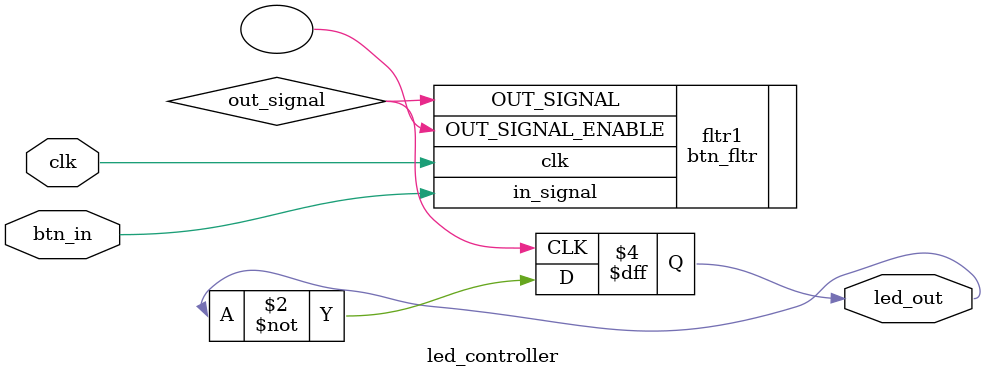
<source format=v>
`timescale 1ns / 1ps

module led_controller
(
    input btn_in, clk,
    output reg led_out = 0
);

wire out_signal;

btn_fltr # (1'b1) fltr1
(
    .clk(clk),
    .in_signal(btn_in),
    .OUT_SIGNAL(out_signal),
    .OUT_SIGNAL_ENABLE()
);

always@(posedge out_signal) led_out = ~led_out;

endmodule

</source>
